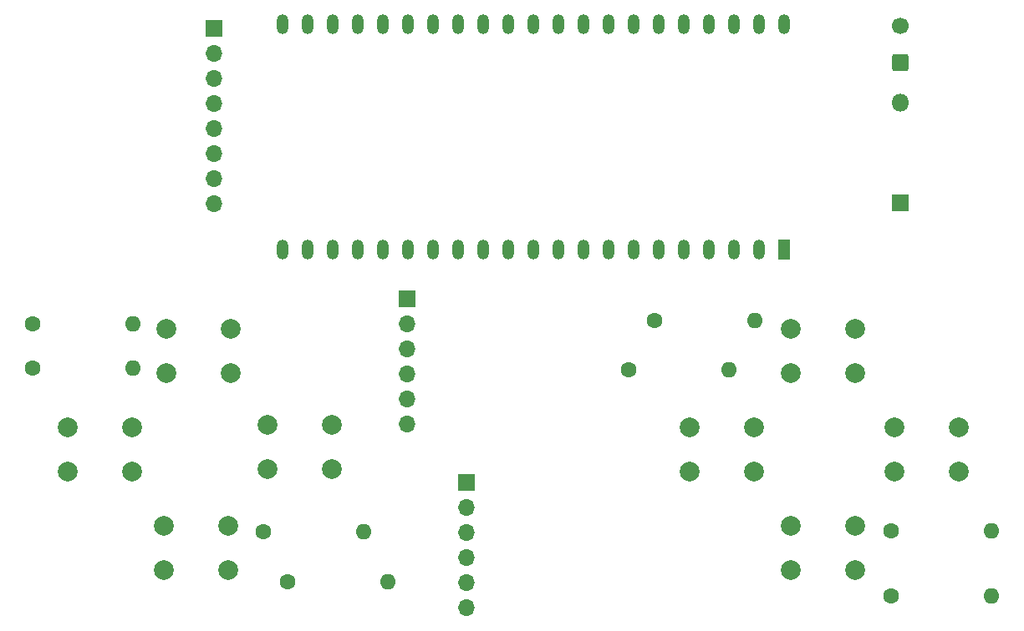
<source format=gbr>
%TF.GenerationSoftware,KiCad,Pcbnew,8.0.2*%
%TF.CreationDate,2024-06-07T00:11:44+02:00*%
%TF.ProjectId,BBC,4242432e-6b69-4636-9164-5f7063625858,rev?*%
%TF.SameCoordinates,Original*%
%TF.FileFunction,Soldermask,Bot*%
%TF.FilePolarity,Negative*%
%FSLAX46Y46*%
G04 Gerber Fmt 4.6, Leading zero omitted, Abs format (unit mm)*
G04 Created by KiCad (PCBNEW 8.0.2) date 2024-06-07 00:11:44*
%MOMM*%
%LPD*%
G01*
G04 APERTURE LIST*
G04 Aperture macros list*
%AMRoundRect*
0 Rectangle with rounded corners*
0 $1 Rounding radius*
0 $2 $3 $4 $5 $6 $7 $8 $9 X,Y pos of 4 corners*
0 Add a 4 corners polygon primitive as box body*
4,1,4,$2,$3,$4,$5,$6,$7,$8,$9,$2,$3,0*
0 Add four circle primitives for the rounded corners*
1,1,$1+$1,$2,$3*
1,1,$1+$1,$4,$5*
1,1,$1+$1,$6,$7*
1,1,$1+$1,$8,$9*
0 Add four rect primitives between the rounded corners*
20,1,$1+$1,$2,$3,$4,$5,0*
20,1,$1+$1,$4,$5,$6,$7,0*
20,1,$1+$1,$6,$7,$8,$9,0*
20,1,$1+$1,$8,$9,$2,$3,0*%
G04 Aperture macros list end*
%ADD10R,1.800000X1.800000*%
%ADD11O,1.800000X1.800000*%
%ADD12RoundRect,0.250000X0.600000X-0.600000X0.600000X0.600000X-0.600000X0.600000X-0.600000X-0.600000X0*%
%ADD13C,1.700000*%
%ADD14R,1.700000X1.700000*%
%ADD15O,1.700000X1.700000*%
%ADD16O,1.200000X2.000000*%
%ADD17R,1.200000X2.000000*%
%ADD18C,2.000000*%
%ADD19O,1.600000X1.600000*%
%ADD20C,1.600000*%
G04 APERTURE END LIST*
D10*
%TO.C,D1*%
X127500000Y-56580000D03*
D11*
X127500000Y-46420000D03*
%TD*%
D12*
%TO.C,J4*%
X127500000Y-42350000D03*
D13*
X127500000Y-38650000D03*
%TD*%
D14*
%TO.C,J3*%
X77500000Y-66340000D03*
D15*
X77500000Y-68880000D03*
X77500000Y-71420000D03*
X77500000Y-73960000D03*
X77500000Y-76500000D03*
X77500000Y-79040000D03*
%TD*%
%TO.C,J2*%
X83500000Y-97660000D03*
X83500000Y-95120000D03*
X83500000Y-92580000D03*
X83500000Y-90040000D03*
X83500000Y-87500000D03*
D14*
X83500000Y-84960000D03*
%TD*%
D15*
%TO.C,J1*%
X58000000Y-56700000D03*
X58000000Y-54160000D03*
X58000000Y-51620000D03*
X58000000Y-49080000D03*
X58000000Y-46540000D03*
X58000000Y-44000000D03*
X58000000Y-41460000D03*
D14*
X58000000Y-38920000D03*
%TD*%
D16*
%TO.C,U4*%
X115720000Y-38500000D03*
X113180000Y-38500000D03*
X110640000Y-38500000D03*
X108100000Y-38500000D03*
X105560000Y-38500000D03*
X103020000Y-38500000D03*
X100480000Y-38500000D03*
X97940000Y-38500000D03*
X95400000Y-38500000D03*
X92860000Y-38500000D03*
X90320000Y-38500000D03*
X87780000Y-38500000D03*
X85240000Y-38500000D03*
X82700000Y-38500000D03*
X80160000Y-38500000D03*
X77620000Y-38500000D03*
X75080000Y-38500000D03*
X72540000Y-38500000D03*
X70000000Y-38500000D03*
X67460000Y-38500000D03*
X64920000Y-38503680D03*
X64920000Y-61363680D03*
X67460000Y-61363680D03*
X69997280Y-61360000D03*
X72537280Y-61360000D03*
X75077280Y-61360000D03*
X77617280Y-61360000D03*
X80157280Y-61360000D03*
X82697280Y-61360000D03*
X85237280Y-61360000D03*
X87777280Y-61360000D03*
X90317280Y-61360000D03*
X92857280Y-61360000D03*
X95397280Y-61360000D03*
X97937280Y-61360000D03*
X100477280Y-61360000D03*
X103017280Y-61360000D03*
X105557280Y-61360000D03*
X108097280Y-61360000D03*
X110637280Y-61360000D03*
X113177280Y-61360000D03*
D17*
X115717280Y-61360000D03*
%TD*%
D18*
%TO.C,SW8*%
X122887280Y-93860000D03*
X116387280Y-93860000D03*
X122887280Y-89360000D03*
X116387280Y-89360000D03*
%TD*%
%TO.C,SW7*%
X133387280Y-83860000D03*
X126887280Y-83860000D03*
X133387280Y-79360000D03*
X126887280Y-79360000D03*
%TD*%
%TO.C,SW6*%
X112637280Y-83860000D03*
X106137280Y-83860000D03*
X112637280Y-79360000D03*
X106137280Y-79360000D03*
%TD*%
%TO.C,SW5*%
X122887280Y-73860000D03*
X116387280Y-73860000D03*
X122887280Y-69360000D03*
X116387280Y-69360000D03*
%TD*%
%TO.C,SW4*%
X69887280Y-83610000D03*
X63387280Y-83610000D03*
X69887280Y-79110000D03*
X63387280Y-79110000D03*
%TD*%
%TO.C,SW3*%
X59387280Y-93860000D03*
X52887280Y-93860000D03*
X59387280Y-89360000D03*
X52887280Y-89360000D03*
%TD*%
%TO.C,SW2*%
X49637280Y-83860000D03*
X43137280Y-83860000D03*
X49637280Y-79360000D03*
X43137280Y-79360000D03*
%TD*%
%TO.C,SW1*%
X59637280Y-73860000D03*
X53137280Y-73860000D03*
X59637280Y-69360000D03*
X53137280Y-69360000D03*
%TD*%
D19*
%TO.C,R8*%
X136717280Y-96500000D03*
D20*
X126557280Y-96500000D03*
%TD*%
D19*
%TO.C,R7*%
X136717280Y-89860000D03*
D20*
X126557280Y-89860000D03*
%TD*%
D19*
%TO.C,R6*%
X110080000Y-73500000D03*
D20*
X99920000Y-73500000D03*
%TD*%
D19*
%TO.C,R5*%
X112717280Y-68500000D03*
D20*
X102557280Y-68500000D03*
%TD*%
D19*
%TO.C,R4*%
X75580000Y-95000000D03*
D20*
X65420000Y-95000000D03*
%TD*%
%TO.C,R3*%
X62920000Y-90000000D03*
D19*
X73080000Y-90000000D03*
%TD*%
%TO.C,R2*%
X49717280Y-73360000D03*
D20*
X39557280Y-73360000D03*
%TD*%
D19*
%TO.C,R1*%
X49717280Y-68860000D03*
D20*
X39557280Y-68860000D03*
%TD*%
M02*

</source>
